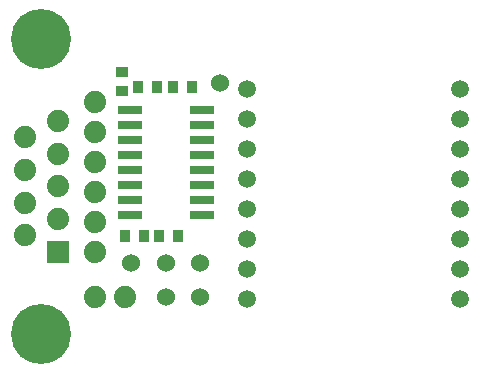
<source format=gts>
G75*
%MOIN*%
%OFA0B0*%
%FSLAX25Y25*%
%IPPOS*%
%LPD*%
%AMOC8*
5,1,8,0,0,1.08239X$1,22.5*
%
%ADD10R,0.03740X0.03937*%
%ADD11R,0.03937X0.03740*%
%ADD12R,0.08000X0.02600*%
%ADD13C,0.05906*%
%ADD14R,0.07400X0.07400*%
%ADD15C,0.07400*%
%ADD16C,0.20000*%
%ADD17C,0.06000*%
D10*
X0091483Y0046800D03*
X0097782Y0046800D03*
X0102983Y0046800D03*
X0109282Y0046800D03*
X0107483Y0096300D03*
X0102282Y0096300D03*
X0095983Y0096300D03*
X0113782Y0096300D03*
D11*
X0090632Y0095150D03*
X0090632Y0101450D03*
D12*
X0093032Y0088800D03*
X0093032Y0083800D03*
X0093032Y0078800D03*
X0093032Y0073800D03*
X0093032Y0068800D03*
X0093032Y0063800D03*
X0093032Y0058800D03*
X0093032Y0053800D03*
X0117232Y0053800D03*
X0117232Y0058800D03*
X0117232Y0063800D03*
X0117232Y0068800D03*
X0117232Y0073800D03*
X0117232Y0078800D03*
X0117232Y0083800D03*
X0117232Y0088800D03*
D13*
X0132082Y0085800D03*
X0132082Y0075800D03*
X0132082Y0065800D03*
X0132082Y0055800D03*
X0132082Y0045800D03*
X0132082Y0035800D03*
X0132082Y0025800D03*
X0203182Y0025800D03*
X0203182Y0035800D03*
X0203182Y0045800D03*
X0203182Y0055800D03*
X0203182Y0065800D03*
X0203182Y0075800D03*
X0203182Y0085800D03*
X0203182Y0095800D03*
X0132082Y0095800D03*
D14*
X0069223Y0041489D03*
D15*
X0058042Y0046961D03*
X0069223Y0052394D03*
X0058042Y0057867D03*
X0069223Y0063300D03*
X0058042Y0068733D03*
X0069223Y0074206D03*
X0058042Y0079639D03*
X0069223Y0085111D03*
X0081632Y0081300D03*
X0081632Y0071300D03*
X0081632Y0061300D03*
X0081632Y0051300D03*
X0081632Y0041300D03*
X0081632Y0026300D03*
X0091632Y0026300D03*
X0081632Y0091300D03*
D16*
X0063632Y0014087D03*
X0063632Y0112513D03*
D17*
X0123132Y0097800D03*
X0116632Y0037800D03*
X0105132Y0037800D03*
X0093632Y0037800D03*
X0105132Y0026300D03*
X0116632Y0026300D03*
M02*

</source>
